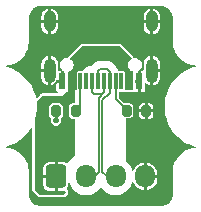
<source format=gbr>
%TF.GenerationSoftware,KiCad,Pcbnew,(7.0.0-0)*%
%TF.CreationDate,2023-03-15T20:38:16-05:00*%
%TF.ProjectId,USB-C Breakout,5553422d-4320-4427-9265-616b6f75742e,0*%
%TF.SameCoordinates,Original*%
%TF.FileFunction,Copper,L1,Top*%
%TF.FilePolarity,Positive*%
%FSLAX46Y46*%
G04 Gerber Fmt 4.6, Leading zero omitted, Abs format (unit mm)*
G04 Created by KiCad (PCBNEW (7.0.0-0)) date 2023-03-15 20:38:16*
%MOMM*%
%LPD*%
G01*
G04 APERTURE LIST*
G04 Aperture macros list*
%AMRoundRect*
0 Rectangle with rounded corners*
0 $1 Rounding radius*
0 $2 $3 $4 $5 $6 $7 $8 $9 X,Y pos of 4 corners*
0 Add a 4 corners polygon primitive as box body*
4,1,4,$2,$3,$4,$5,$6,$7,$8,$9,$2,$3,0*
0 Add four circle primitives for the rounded corners*
1,1,$1+$1,$2,$3*
1,1,$1+$1,$4,$5*
1,1,$1+$1,$6,$7*
1,1,$1+$1,$8,$9*
0 Add four rect primitives between the rounded corners*
20,1,$1+$1,$2,$3,$4,$5,0*
20,1,$1+$1,$4,$5,$6,$7,0*
20,1,$1+$1,$6,$7,$8,$9,0*
20,1,$1+$1,$8,$9,$2,$3,0*%
G04 Aperture macros list end*
%TA.AperFunction,SMDPad,CuDef*%
%ADD10RoundRect,0.200000X0.200000X0.275000X-0.200000X0.275000X-0.200000X-0.275000X0.200000X-0.275000X0*%
%TD*%
%TA.AperFunction,SMDPad,CuDef*%
%ADD11RoundRect,0.200000X-0.200000X-0.275000X0.200000X-0.275000X0.200000X0.275000X-0.200000X0.275000X0*%
%TD*%
%TA.AperFunction,ComponentPad*%
%ADD12RoundRect,0.250000X-0.600000X-0.725000X0.600000X-0.725000X0.600000X0.725000X-0.600000X0.725000X0*%
%TD*%
%TA.AperFunction,ComponentPad*%
%ADD13O,1.700000X1.950000*%
%TD*%
%TA.AperFunction,SMDPad,CuDef*%
%ADD14R,0.600000X1.450000*%
%TD*%
%TA.AperFunction,SMDPad,CuDef*%
%ADD15R,0.300000X1.450000*%
%TD*%
%TA.AperFunction,ComponentPad*%
%ADD16O,1.000000X2.100000*%
%TD*%
%TA.AperFunction,ComponentPad*%
%ADD17O,1.000000X1.800000*%
%TD*%
%TA.AperFunction,ViaPad*%
%ADD18C,0.700000*%
%TD*%
%TA.AperFunction,ViaPad*%
%ADD19C,0.500000*%
%TD*%
%TA.AperFunction,Conductor*%
%ADD20C,0.150000*%
%TD*%
%TA.AperFunction,Conductor*%
%ADD21C,0.175000*%
%TD*%
G04 APERTURE END LIST*
D10*
%TO.P,R2,1*%
%TO.N,Net-(J1-CC2)*%
X140025000Y-99350000D03*
%TO.P,R2,2*%
%TO.N,GND*%
X138375000Y-99350000D03*
%TD*%
D11*
%TO.P,R1,1*%
%TO.N,Net-(J1-CC1)*%
X144350000Y-99350000D03*
%TO.P,R1,2*%
%TO.N,GND*%
X146000000Y-99350000D03*
%TD*%
D12*
%TO.P,J2,1,Pin_1*%
%TO.N,VBUS*%
X138395085Y-104900000D03*
D13*
%TO.P,J2,2,Pin_2*%
%TO.N,/DP_USB_+*%
X140895084Y-104899999D03*
%TO.P,J2,3,Pin_3*%
%TO.N,/DP_USB_-*%
X143395084Y-104899999D03*
%TO.P,J2,4,Pin_4*%
%TO.N,GND*%
X145895084Y-104899999D03*
%TD*%
D14*
%TO.P,J1,A1,GND*%
%TO.N,GND*%
X145395084Y-96864999D03*
%TO.P,J1,A4,VBUS*%
%TO.N,VBUS*%
X144595084Y-96864999D03*
D15*
%TO.P,J1,A5,CC1*%
%TO.N,Net-(J1-CC1)*%
X143395084Y-96864999D03*
%TO.P,J1,A6,D+*%
%TO.N,/DP_USB_+*%
X142395084Y-96864999D03*
%TO.P,J1,A7,D-*%
%TO.N,/DP_USB_-*%
X141895084Y-96864999D03*
%TO.P,J1,A8,SBU1*%
%TO.N,unconnected-(J1-SBU1-PadA8)*%
X140895084Y-96864999D03*
D14*
%TO.P,J1,A9,VBUS*%
%TO.N,VBUS*%
X139695084Y-96864999D03*
%TO.P,J1,A12,GND*%
%TO.N,GND*%
X138895084Y-96864999D03*
%TO.P,J1,B1,GND*%
X138895084Y-96864999D03*
%TO.P,J1,B4,VBUS*%
%TO.N,VBUS*%
X139695084Y-96864999D03*
D15*
%TO.P,J1,B5,CC2*%
%TO.N,Net-(J1-CC2)*%
X140395084Y-96864999D03*
%TO.P,J1,B6,D+*%
%TO.N,/DP_USB_+*%
X141395084Y-96864999D03*
%TO.P,J1,B7,D-*%
%TO.N,/DP_USB_-*%
X142895084Y-96864999D03*
%TO.P,J1,B8,SBU2*%
%TO.N,unconnected-(J1-SBU2-PadB8)*%
X143895084Y-96864999D03*
D14*
%TO.P,J1,B9,VBUS*%
%TO.N,VBUS*%
X144595084Y-96864999D03*
%TO.P,J1,B12,GND*%
%TO.N,GND*%
X145395084Y-96864999D03*
D16*
%TO.P,J1,S1,SHIELD*%
X146465084Y-95949999D03*
D17*
X146465084Y-91769999D03*
D16*
X137825084Y-95949999D03*
D17*
X137825084Y-91769999D03*
%TD*%
D18*
%TO.N,GND*%
X145100000Y-98300000D03*
X144850000Y-102850000D03*
X147650000Y-105000000D03*
X147450000Y-106650000D03*
X144850000Y-106800000D03*
X139450000Y-106800000D03*
X142150000Y-106800000D03*
D19*
X138350000Y-100150000D03*
X146000000Y-100300000D03*
%TO.N,VBUS*%
X140100000Y-95350000D03*
X144200000Y-95350000D03*
X141550000Y-94500000D03*
X143350000Y-94500000D03*
X140500000Y-94900000D03*
X143800000Y-94900000D03*
X142150000Y-94500000D03*
X142750000Y-94500000D03*
X140950000Y-94500000D03*
%TD*%
D20*
%TO.N,GND*%
X138535000Y-96865000D02*
X138200000Y-97200000D01*
X138895085Y-96865000D02*
X138535000Y-96865000D01*
%TO.N,Net-(J1-CC1)*%
X143439169Y-98339169D02*
X144350000Y-99250000D01*
X144350000Y-99250000D02*
X144350000Y-99350000D01*
%TO.N,GND*%
X146000000Y-99350000D02*
X146000000Y-100300000D01*
X138350000Y-100150000D02*
X138375000Y-100125000D01*
X138375000Y-100125000D02*
X138375000Y-99350000D01*
%TO.N,Net-(J1-CC2)*%
X140025000Y-99350000D02*
X140025000Y-99300000D01*
X140025000Y-99300000D02*
X140395085Y-98929915D01*
X140395085Y-98929915D02*
X140395085Y-96865000D01*
%TO.N,Net-(J1-CC1)*%
X143439169Y-96909084D02*
X143395085Y-96865000D01*
X143439169Y-98339169D02*
X143439169Y-96909084D01*
D21*
%TO.N,/DP_USB_+*%
X141530085Y-97900000D02*
X142260085Y-97900000D01*
X142395085Y-97765000D02*
X142395085Y-96865000D01*
X141395085Y-97765000D02*
X141530085Y-97900000D01*
X141655750Y-104900000D02*
X140895085Y-104900000D01*
X142011500Y-98263500D02*
X142011500Y-104544250D01*
X142011500Y-104544250D02*
X141655750Y-104900000D01*
X142260085Y-97900000D02*
X142175000Y-97985085D01*
X141395085Y-96865000D02*
X141395085Y-97765000D01*
X142260085Y-97900000D02*
X142395085Y-97765000D01*
X142175000Y-98100000D02*
X142011500Y-98263500D01*
X142175000Y-97985085D02*
X142175000Y-98100000D01*
%TO.N,/DP_USB_-*%
X142895085Y-96045085D02*
X142895085Y-96865000D01*
X142650000Y-95800000D02*
X142895085Y-96045085D01*
X142895085Y-96865000D02*
X142895085Y-97804915D01*
X142288500Y-104544250D02*
X142644250Y-104900000D01*
X141895085Y-96865000D02*
X141895085Y-95965000D01*
X141895085Y-95965000D02*
X142060085Y-95800000D01*
X142288500Y-98411500D02*
X142288500Y-104544250D01*
X142060085Y-95800000D02*
X142650000Y-95800000D01*
X142644250Y-104900000D02*
X143395085Y-104900000D01*
X142895085Y-97804915D02*
X142288500Y-98411500D01*
%TD*%
%TA.AperFunction,Conductor*%
%TO.N,VBUS*%
G36*
X140000000Y-96725000D02*
G01*
X140000000Y-97600000D01*
X140000000Y-97616326D01*
X140000000Y-98550501D01*
X139983387Y-98612501D01*
X139938000Y-98657888D01*
X139876000Y-98674500D01*
X139793482Y-98674501D01*
X139788680Y-98675261D01*
X139788673Y-98675262D01*
X139709331Y-98687828D01*
X139709330Y-98687828D01*
X139699696Y-98689354D01*
X139691010Y-98693779D01*
X139691003Y-98693782D01*
X139595353Y-98742519D01*
X139595349Y-98742521D01*
X139586658Y-98746950D01*
X139579759Y-98753848D01*
X139579756Y-98753851D01*
X139503851Y-98829756D01*
X139503848Y-98829759D01*
X139496950Y-98836658D01*
X139492521Y-98845349D01*
X139492519Y-98845353D01*
X139463257Y-98902783D01*
X139439354Y-98949696D01*
X139437827Y-98959330D01*
X139437826Y-98959337D01*
X139425263Y-99038660D01*
X139425262Y-99038667D01*
X139424500Y-99043481D01*
X139424500Y-99048358D01*
X139424500Y-99048359D01*
X139424500Y-99651647D01*
X139424500Y-99651659D01*
X139424501Y-99656518D01*
X139425261Y-99661320D01*
X139425262Y-99661326D01*
X139435263Y-99724473D01*
X139439354Y-99750304D01*
X139443780Y-99758991D01*
X139443782Y-99758996D01*
X139492519Y-99854646D01*
X139496950Y-99863342D01*
X139586658Y-99953050D01*
X139699696Y-100010646D01*
X139793481Y-100025500D01*
X139798358Y-100025499D01*
X139798359Y-100025500D01*
X139876000Y-100025500D01*
X139938000Y-100042113D01*
X139983387Y-100087500D01*
X140000000Y-100149500D01*
X140000000Y-103023638D01*
X139990561Y-103071091D01*
X139963681Y-103111319D01*
X139408635Y-103666364D01*
X139408632Y-103666367D01*
X139400000Y-103675000D01*
X139400000Y-103679287D01*
X139393135Y-103689561D01*
X139348162Y-103730199D01*
X139289300Y-103744665D01*
X139237327Y-103731236D01*
X139237174Y-103731647D01*
X139233246Y-103730182D01*
X139230614Y-103729502D01*
X139228869Y-103728549D01*
X139109726Y-103684111D01*
X139094752Y-103680573D01*
X139046199Y-103675353D01*
X139039603Y-103675000D01*
X138561411Y-103675000D01*
X138548535Y-103678450D01*
X138545085Y-103691326D01*
X138545085Y-106108674D01*
X138548535Y-106121549D01*
X138561411Y-106125000D01*
X139039584Y-106125000D01*
X139044428Y-106124740D01*
X139102579Y-106135765D01*
X139148996Y-106172488D01*
X139173103Y-106226542D01*
X139169409Y-106285613D01*
X139138755Y-106336243D01*
X139107147Y-106367851D01*
X139094955Y-106378544D01*
X139063829Y-106402428D01*
X139063821Y-106402435D01*
X139057379Y-106407379D01*
X139052507Y-106413727D01*
X139012350Y-106440560D01*
X138964896Y-106450000D01*
X137026362Y-106450000D01*
X136978909Y-106440561D01*
X136938681Y-106413681D01*
X136586319Y-106061319D01*
X136559439Y-106021091D01*
X136550000Y-105973638D01*
X136550000Y-105669518D01*
X137295085Y-105669518D01*
X137295438Y-105676114D01*
X137300658Y-105724667D01*
X137304196Y-105739641D01*
X137348632Y-105858777D01*
X137357047Y-105874189D01*
X137432583Y-105975092D01*
X137444992Y-105987501D01*
X137545895Y-106063037D01*
X137561307Y-106071452D01*
X137680443Y-106115888D01*
X137695417Y-106119426D01*
X137743970Y-106124646D01*
X137750567Y-106125000D01*
X138228759Y-106125000D01*
X138241634Y-106121549D01*
X138245085Y-106108674D01*
X138245085Y-105066326D01*
X138241634Y-105053450D01*
X138228759Y-105050000D01*
X137311411Y-105050000D01*
X137298535Y-105053450D01*
X137295085Y-105066326D01*
X137295085Y-105669518D01*
X136550000Y-105669518D01*
X136550000Y-104733674D01*
X137295085Y-104733674D01*
X137298535Y-104746549D01*
X137311411Y-104750000D01*
X138228759Y-104750000D01*
X138241634Y-104746549D01*
X138245085Y-104733674D01*
X138245085Y-103691326D01*
X138241634Y-103678450D01*
X138228759Y-103675000D01*
X137750567Y-103675000D01*
X137743970Y-103675353D01*
X137695417Y-103680573D01*
X137680443Y-103684111D01*
X137561307Y-103728547D01*
X137545895Y-103736962D01*
X137444992Y-103812498D01*
X137432583Y-103824907D01*
X137357047Y-103925810D01*
X137348632Y-103941222D01*
X137304196Y-104060358D01*
X137300658Y-104075332D01*
X137295438Y-104123885D01*
X137295085Y-104130482D01*
X137295085Y-104733674D01*
X136550000Y-104733674D01*
X136550000Y-100179302D01*
X136558236Y-100134864D01*
X136577538Y-100084580D01*
X136578698Y-100081559D01*
X136673517Y-99727691D01*
X136685559Y-99651659D01*
X137774500Y-99651659D01*
X137774501Y-99656518D01*
X137775261Y-99661320D01*
X137775262Y-99661326D01*
X137785263Y-99724473D01*
X137789354Y-99750304D01*
X137793780Y-99758991D01*
X137793782Y-99758996D01*
X137842519Y-99854646D01*
X137846950Y-99863342D01*
X137853851Y-99870243D01*
X137883195Y-99899587D01*
X137915661Y-99956598D01*
X137914550Y-100019043D01*
X137913303Y-100021774D01*
X137894867Y-100150000D01*
X137896129Y-100158777D01*
X137912040Y-100269446D01*
X137912041Y-100269450D01*
X137913303Y-100278226D01*
X137916987Y-100286294D01*
X137916988Y-100286295D01*
X137963434Y-100387998D01*
X137963436Y-100388002D01*
X137967118Y-100396063D01*
X137972920Y-100402759D01*
X137972922Y-100402762D01*
X138036638Y-100476294D01*
X138051951Y-100493967D01*
X138160931Y-100564004D01*
X138285228Y-100600500D01*
X138405901Y-100600500D01*
X138414772Y-100600500D01*
X138539069Y-100564004D01*
X138648049Y-100493967D01*
X138732882Y-100396063D01*
X138786697Y-100278226D01*
X138805133Y-100150000D01*
X138790240Y-100046418D01*
X138795324Y-99989616D01*
X138825293Y-99941098D01*
X138903050Y-99863342D01*
X138960646Y-99750304D01*
X138975500Y-99656519D01*
X138975499Y-99043482D01*
X138960646Y-98949696D01*
X138903050Y-98836658D01*
X138813342Y-98746950D01*
X138700304Y-98689354D01*
X138690667Y-98687827D01*
X138690662Y-98687826D01*
X138611339Y-98675263D01*
X138611333Y-98675262D01*
X138606519Y-98674500D01*
X138601640Y-98674500D01*
X138148352Y-98674500D01*
X138148339Y-98674500D01*
X138143482Y-98674501D01*
X138138680Y-98675261D01*
X138138673Y-98675262D01*
X138059331Y-98687828D01*
X138059330Y-98687828D01*
X138049696Y-98689354D01*
X138041010Y-98693779D01*
X138041003Y-98693782D01*
X137945353Y-98742519D01*
X137945349Y-98742521D01*
X137936658Y-98746950D01*
X137929759Y-98753848D01*
X137929756Y-98753851D01*
X137853851Y-98829756D01*
X137853848Y-98829759D01*
X137846950Y-98836658D01*
X137842521Y-98845349D01*
X137842519Y-98845353D01*
X137813257Y-98902783D01*
X137789354Y-98949696D01*
X137787827Y-98959330D01*
X137787826Y-98959337D01*
X137775263Y-99038660D01*
X137775262Y-99038667D01*
X137774500Y-99043481D01*
X137774500Y-99048358D01*
X137774500Y-99048359D01*
X137774500Y-99651647D01*
X137774500Y-99651659D01*
X136685559Y-99651659D01*
X136730827Y-99365850D01*
X136750000Y-99000000D01*
X136730827Y-98634150D01*
X136728408Y-98618877D01*
X136732950Y-98561161D01*
X136763196Y-98511803D01*
X137163681Y-98111318D01*
X137203909Y-98084439D01*
X137251362Y-98075000D01*
X138887789Y-98075000D01*
X138900000Y-98075000D01*
X139150481Y-97824518D01*
X139185155Y-97800101D01*
X139215095Y-97791820D01*
X139214833Y-97790500D01*
X139273316Y-97778867D01*
X139339637Y-97734552D01*
X139383952Y-97668231D01*
X139395585Y-97609748D01*
X139395585Y-97597196D01*
X139397527Y-97577472D01*
X139400000Y-97575000D01*
X139400000Y-96125000D01*
X140000000Y-96725000D01*
G37*
%TD.AperFunction*%
%TD*%
%TA.AperFunction,Conductor*%
%TO.N,VBUS*%
G36*
X143743306Y-93843306D02*
G01*
X144752599Y-94852599D01*
X144769954Y-94885934D01*
X144765055Y-94923195D01*
X144743996Y-94946187D01*
X144744852Y-94947302D01*
X144627883Y-95037055D01*
X144627878Y-95037059D01*
X144624634Y-95039549D01*
X144622144Y-95042793D01*
X144622140Y-95042798D01*
X144534883Y-95156513D01*
X144534880Y-95156517D01*
X144532387Y-95159767D01*
X144530818Y-95163552D01*
X144530817Y-95163556D01*
X144475966Y-95295977D01*
X144475964Y-95295981D01*
X144474398Y-95299764D01*
X144454619Y-95450000D01*
X144455154Y-95454064D01*
X144472868Y-95588619D01*
X144474398Y-95600236D01*
X144475965Y-95604020D01*
X144475966Y-95604022D01*
X144521919Y-95714962D01*
X144532387Y-95740233D01*
X144534882Y-95743485D01*
X144534883Y-95743486D01*
X144604267Y-95833909D01*
X144624634Y-95860451D01*
X144744852Y-95952698D01*
X144803206Y-95976869D01*
X144861418Y-96000982D01*
X144889467Y-96024001D01*
X144900000Y-96058724D01*
X144900000Y-97537500D01*
X144881694Y-97581694D01*
X144837500Y-97600000D01*
X144258085Y-97600000D01*
X144213891Y-97581694D01*
X144195585Y-97537500D01*
X144195585Y-96128250D01*
X144195585Y-96125180D01*
X144186852Y-96081278D01*
X144153589Y-96031496D01*
X144122446Y-96010687D01*
X144108923Y-96001651D01*
X144108921Y-96001650D01*
X144103807Y-95998233D01*
X144097774Y-95997032D01*
X144097772Y-95997032D01*
X144062915Y-95990098D01*
X144062907Y-95990097D01*
X144059905Y-95989500D01*
X143730265Y-95989500D01*
X143727258Y-95990098D01*
X143727249Y-95990099D01*
X143690453Y-95997418D01*
X143648798Y-95991239D01*
X143620519Y-95960037D01*
X143604596Y-95921597D01*
X143569621Y-95837159D01*
X143541038Y-95799908D01*
X143533629Y-95787511D01*
X143531778Y-95783398D01*
X143530333Y-95779910D01*
X143510093Y-95726540D01*
X143510092Y-95726538D01*
X143508753Y-95723007D01*
X143500038Y-95710382D01*
X143494479Y-95700525D01*
X143488187Y-95686543D01*
X143485854Y-95683565D01*
X143450658Y-95638640D01*
X143448421Y-95635599D01*
X143415993Y-95588619D01*
X143415987Y-95588612D01*
X143413843Y-95585506D01*
X143411017Y-95583002D01*
X143411014Y-95582999D01*
X143368287Y-95545147D01*
X143365538Y-95542559D01*
X143152524Y-95329545D01*
X143149936Y-95326796D01*
X143109579Y-95281242D01*
X143106467Y-95279094D01*
X143106465Y-95279092D01*
X143059493Y-95246670D01*
X143056452Y-95244433D01*
X143008543Y-95206899D01*
X143004872Y-95205246D01*
X142994554Y-95200602D01*
X142984706Y-95195048D01*
X142975191Y-95188481D01*
X142975192Y-95188481D01*
X142972078Y-95186332D01*
X142968540Y-95184990D01*
X142968538Y-95184989D01*
X142915170Y-95164749D01*
X142911683Y-95163305D01*
X142859630Y-95139878D01*
X142859626Y-95139876D01*
X142856185Y-95138328D01*
X142841098Y-95135563D01*
X142830204Y-95132526D01*
X142819396Y-95128427D01*
X142819390Y-95128425D01*
X142815858Y-95127086D01*
X142812107Y-95126630D01*
X142812101Y-95126629D01*
X142755446Y-95119750D01*
X142751714Y-95119182D01*
X142695567Y-95108892D01*
X142695559Y-95108891D01*
X142691846Y-95108211D01*
X142688074Y-95108439D01*
X142688071Y-95108439D01*
X142631098Y-95111886D01*
X142627324Y-95112000D01*
X142082761Y-95112000D01*
X142078987Y-95111886D01*
X142022013Y-95108439D01*
X142022010Y-95108439D01*
X142018239Y-95108211D01*
X142014518Y-95108892D01*
X142014516Y-95108893D01*
X141958368Y-95119182D01*
X141954637Y-95119750D01*
X141897977Y-95126630D01*
X141897971Y-95126631D01*
X141894227Y-95127086D01*
X141890700Y-95128423D01*
X141890690Y-95128426D01*
X141879878Y-95132526D01*
X141868991Y-95135561D01*
X141857622Y-95137645D01*
X141857615Y-95137647D01*
X141853900Y-95138328D01*
X141850457Y-95139877D01*
X141850452Y-95139879D01*
X141798400Y-95163305D01*
X141794914Y-95164749D01*
X141741536Y-95184993D01*
X141741532Y-95184995D01*
X141738007Y-95186332D01*
X141734905Y-95188472D01*
X141734899Y-95188476D01*
X141725374Y-95195050D01*
X141715533Y-95200600D01*
X141704989Y-95205346D01*
X141704979Y-95205351D01*
X141701542Y-95206899D01*
X141698573Y-95209224D01*
X141698568Y-95209228D01*
X141653635Y-95244430D01*
X141650596Y-95246666D01*
X141603615Y-95279095D01*
X141603610Y-95279099D01*
X141600506Y-95281242D01*
X141598008Y-95284060D01*
X141597996Y-95284072D01*
X141560138Y-95326805D01*
X141557551Y-95329553D01*
X141424638Y-95462466D01*
X141421890Y-95465053D01*
X141379157Y-95502911D01*
X141379145Y-95502923D01*
X141376327Y-95505421D01*
X141374186Y-95508522D01*
X141374175Y-95508535D01*
X141371432Y-95512510D01*
X141349042Y-95532343D01*
X141320001Y-95539500D01*
X141207772Y-95539500D01*
X141207756Y-95539500D01*
X141205725Y-95539501D01*
X141203701Y-95539767D01*
X141203692Y-95539768D01*
X141092392Y-95554420D01*
X141092389Y-95554420D01*
X141088323Y-95554956D01*
X141084535Y-95556524D01*
X141084531Y-95556526D01*
X140946027Y-95613896D01*
X140946020Y-95613899D01*
X140942244Y-95615464D01*
X140939004Y-95617949D01*
X140938997Y-95617954D01*
X140820047Y-95709228D01*
X140820043Y-95709231D01*
X140816803Y-95711718D01*
X140814316Y-95714958D01*
X140814313Y-95714962D01*
X140723039Y-95833912D01*
X140723034Y-95833919D01*
X140720549Y-95837159D01*
X140718984Y-95840935D01*
X140718981Y-95840942D01*
X140669650Y-95960037D01*
X140641370Y-95991239D01*
X140599716Y-95997418D01*
X140562920Y-95990099D01*
X140562912Y-95990098D01*
X140559905Y-95989500D01*
X140230265Y-95989500D01*
X140227263Y-95990097D01*
X140227254Y-95990098D01*
X140192397Y-95997032D01*
X140192393Y-95997033D01*
X140186363Y-95998233D01*
X140181250Y-96001649D01*
X140181246Y-96001651D01*
X140141698Y-96028076D01*
X140141695Y-96028078D01*
X140136581Y-96031496D01*
X140133163Y-96036610D01*
X140133161Y-96036613D01*
X140106736Y-96076161D01*
X140106734Y-96076165D01*
X140103318Y-96081278D01*
X140102118Y-96087308D01*
X140102117Y-96087312D01*
X140095183Y-96122169D01*
X140095182Y-96122178D01*
X140094585Y-96125180D01*
X140094585Y-96128250D01*
X140094585Y-97537500D01*
X140076279Y-97581694D01*
X140032085Y-97600000D01*
X139400000Y-97600000D01*
X139400000Y-96054652D01*
X139410533Y-96019929D01*
X139438582Y-95996910D01*
X139471588Y-95983238D01*
X139545318Y-95952698D01*
X139665536Y-95860451D01*
X139757783Y-95740233D01*
X139815772Y-95600236D01*
X139835551Y-95450000D01*
X139815772Y-95299764D01*
X139757783Y-95159767D01*
X139665536Y-95039549D01*
X139662286Y-95037055D01*
X139549450Y-94950472D01*
X139528767Y-94922264D01*
X139526480Y-94887360D01*
X139543301Y-94856698D01*
X140556694Y-93843305D01*
X140600888Y-93825000D01*
X143699112Y-93825000D01*
X143743306Y-93843306D01*
G37*
%TD.AperFunction*%
%TD*%
%TA.AperFunction,Conductor*%
%TO.N,GND*%
G36*
X147247805Y-90470738D02*
G01*
X147252403Y-90471140D01*
X147290290Y-90474454D01*
X147290731Y-90474495D01*
X147421868Y-90487409D01*
X147431910Y-90489235D01*
X147502484Y-90508144D01*
X147504355Y-90508679D01*
X147600840Y-90537946D01*
X147609099Y-90541106D01*
X147680466Y-90574385D01*
X147683484Y-90575893D01*
X147767408Y-90620750D01*
X147773773Y-90624661D01*
X147806109Y-90647302D01*
X147839894Y-90670958D01*
X147843695Y-90673842D01*
X147915895Y-90733094D01*
X147920440Y-90737213D01*
X147977878Y-90794651D01*
X147981997Y-90799195D01*
X148041241Y-90871383D01*
X148044125Y-90875184D01*
X148090421Y-90941300D01*
X148094344Y-90947686D01*
X148139196Y-91031595D01*
X148140720Y-91034645D01*
X148173983Y-91105979D01*
X148177148Y-91114249D01*
X148206410Y-91210710D01*
X148206971Y-91212677D01*
X148225855Y-91283154D01*
X148227685Y-91293209D01*
X148240685Y-91425307D01*
X148240747Y-91425979D01*
X148244347Y-91467110D01*
X148244585Y-91472559D01*
X148244585Y-93500099D01*
X148244594Y-93500122D01*
X148244600Y-93500174D01*
X148244600Y-93631119D01*
X148244866Y-93633144D01*
X148244867Y-93633150D01*
X148253846Y-93701350D01*
X148278829Y-93891114D01*
X148279359Y-93893092D01*
X148279360Y-93893097D01*
X148346168Y-94142430D01*
X148346170Y-94142436D01*
X148346701Y-94144416D01*
X148347480Y-94146298D01*
X148347484Y-94146308D01*
X148396720Y-94265173D01*
X148447055Y-94386693D01*
X148448074Y-94388458D01*
X148448077Y-94388464D01*
X148577155Y-94612036D01*
X148577160Y-94612043D01*
X148578173Y-94613798D01*
X148579410Y-94615410D01*
X148579412Y-94615413D01*
X148736567Y-94820223D01*
X148736569Y-94820225D01*
X148737813Y-94821846D01*
X148923243Y-95007277D01*
X149131289Y-95166918D01*
X149358394Y-95298039D01*
X149600669Y-95398394D01*
X149853972Y-95466268D01*
X150113966Y-95500499D01*
X150121323Y-95500499D01*
X150162532Y-95516009D01*
X150183288Y-95554841D01*
X150173290Y-95597722D01*
X150137499Y-95623369D01*
X149960199Y-95670876D01*
X149960190Y-95670878D01*
X149958611Y-95671302D01*
X149957086Y-95671887D01*
X149957081Y-95671889D01*
X149618113Y-95802007D01*
X149616592Y-95802591D01*
X149615158Y-95803321D01*
X149615137Y-95803331D01*
X149291633Y-95968165D01*
X149291624Y-95968169D01*
X149290170Y-95968911D01*
X149288802Y-95969799D01*
X149288794Y-95969804D01*
X148984290Y-96167552D01*
X148984282Y-96167557D01*
X148982922Y-96168441D01*
X148981660Y-96169462D01*
X148981653Y-96169468D01*
X148699482Y-96397964D01*
X148699466Y-96397977D01*
X148698213Y-96398993D01*
X148697066Y-96400139D01*
X148697056Y-96400149D01*
X148440319Y-96656886D01*
X148440309Y-96656896D01*
X148439163Y-96658043D01*
X148438147Y-96659296D01*
X148438134Y-96659312D01*
X148209638Y-96941483D01*
X148209632Y-96941490D01*
X148208611Y-96942752D01*
X148207727Y-96944112D01*
X148207722Y-96944120D01*
X148009974Y-97248624D01*
X148009969Y-97248632D01*
X148009081Y-97250000D01*
X148008339Y-97251454D01*
X148008335Y-97251463D01*
X147843501Y-97574967D01*
X147843491Y-97574988D01*
X147842761Y-97576422D01*
X147842178Y-97577940D01*
X147842177Y-97577943D01*
X147712687Y-97915277D01*
X147711472Y-97918441D01*
X147711048Y-97920020D01*
X147711046Y-97920029D01*
X147617079Y-98270717D01*
X147617076Y-98270727D01*
X147616653Y-98272309D01*
X147616398Y-98273917D01*
X147616396Y-98273928D01*
X147559596Y-98632547D01*
X147559594Y-98632563D01*
X147559343Y-98634150D01*
X147559258Y-98635765D01*
X147559257Y-98635778D01*
X147542321Y-98958951D01*
X147540170Y-99000000D01*
X147540256Y-99001641D01*
X147559257Y-99364221D01*
X147559258Y-99364232D01*
X147559343Y-99365850D01*
X147559594Y-99367438D01*
X147559596Y-99367452D01*
X147616396Y-99726071D01*
X147616653Y-99727691D01*
X147617077Y-99729276D01*
X147617079Y-99729282D01*
X147709892Y-100075664D01*
X147711472Y-100081559D01*
X147842761Y-100423578D01*
X147843495Y-100425018D01*
X147843501Y-100425032D01*
X147945670Y-100625549D01*
X148009081Y-100750000D01*
X148208611Y-101057248D01*
X148209638Y-101058516D01*
X148438134Y-101340687D01*
X148438139Y-101340693D01*
X148439163Y-101341957D01*
X148698213Y-101601007D01*
X148982922Y-101831559D01*
X149290170Y-102031089D01*
X149468938Y-102122175D01*
X149615137Y-102196668D01*
X149615142Y-102196670D01*
X149616592Y-102197409D01*
X149958611Y-102328698D01*
X150137443Y-102376616D01*
X150173232Y-102402260D01*
X150183232Y-102445139D01*
X150162480Y-102483971D01*
X150121275Y-102499485D01*
X150116015Y-102499485D01*
X150116000Y-102499485D01*
X150113965Y-102499486D01*
X150111941Y-102499752D01*
X150111933Y-102499753D01*
X149856000Y-102533449D01*
X149855991Y-102533450D01*
X149853969Y-102533717D01*
X149852005Y-102534243D01*
X149851991Y-102534246D01*
X149602637Y-102601063D01*
X149602628Y-102601065D01*
X149600665Y-102601592D01*
X149598782Y-102602371D01*
X149598776Y-102602374D01*
X149360287Y-102701160D01*
X149360274Y-102701166D01*
X149358387Y-102701948D01*
X149356609Y-102702974D01*
X149356604Y-102702977D01*
X149133063Y-102832040D01*
X149131281Y-102833069D01*
X149129655Y-102834316D01*
X149129650Y-102834320D01*
X148924865Y-102991459D01*
X148924858Y-102991464D01*
X148923233Y-102992712D01*
X148921785Y-102994159D01*
X148921777Y-102994167D01*
X148739249Y-103176696D01*
X148739241Y-103176704D01*
X148737802Y-103178144D01*
X148736567Y-103179753D01*
X148736556Y-103179766D01*
X148579400Y-103384578D01*
X148579393Y-103384587D01*
X148578161Y-103386194D01*
X148577152Y-103387940D01*
X148577143Y-103387955D01*
X148448071Y-103611516D01*
X148447041Y-103613300D01*
X148446264Y-103615175D01*
X148446259Y-103615186D01*
X148347470Y-103853687D01*
X148347466Y-103853696D01*
X148346687Y-103855579D01*
X148346159Y-103857548D01*
X148346155Y-103857561D01*
X148285944Y-104082272D01*
X148278814Y-104108883D01*
X148278546Y-104110913D01*
X148278546Y-104110917D01*
X148244852Y-104366848D01*
X148244851Y-104366855D01*
X148244585Y-104368880D01*
X148244585Y-104370927D01*
X148244585Y-106397271D01*
X148244347Y-106402720D01*
X148240637Y-106445110D01*
X148240574Y-106445787D01*
X148227673Y-106576780D01*
X148225844Y-106586830D01*
X148206958Y-106657313D01*
X148206397Y-106659281D01*
X148177133Y-106755747D01*
X148173968Y-106764017D01*
X148140707Y-106835345D01*
X148139183Y-106838393D01*
X148094332Y-106922303D01*
X148090409Y-106928690D01*
X148044115Y-106994804D01*
X148041231Y-106998605D01*
X147981986Y-107070795D01*
X147977866Y-107075340D01*
X147920427Y-107132777D01*
X147915883Y-107136896D01*
X147843689Y-107196143D01*
X147839888Y-107199026D01*
X147773780Y-107245315D01*
X147767393Y-107249239D01*
X147683492Y-107294083D01*
X147680444Y-107295607D01*
X147609096Y-107328876D01*
X147600826Y-107332040D01*
X147504388Y-107361294D01*
X147502420Y-107361856D01*
X147431906Y-107380749D01*
X147421861Y-107382577D01*
X147291854Y-107395390D01*
X147291171Y-107395453D01*
X147247634Y-107399262D01*
X147242187Y-107399500D01*
X137047815Y-107399500D01*
X137042366Y-107399262D01*
X136999978Y-107395552D01*
X136999300Y-107395489D01*
X136868307Y-107382586D01*
X136858257Y-107380757D01*
X136787733Y-107361859D01*
X136785779Y-107361301D01*
X136689340Y-107332045D01*
X136681076Y-107328883D01*
X136609737Y-107295616D01*
X136606688Y-107294092D01*
X136522782Y-107249242D01*
X136516396Y-107245319D01*
X136450284Y-107199026D01*
X136446483Y-107196142D01*
X136374296Y-107136899D01*
X136369756Y-107132785D01*
X136312296Y-107075324D01*
X136308197Y-107070800D01*
X136248923Y-106998575D01*
X136246084Y-106994831D01*
X136199760Y-106928674D01*
X136195862Y-106922330D01*
X136150978Y-106838357D01*
X136149498Y-106835396D01*
X136116207Y-106764002D01*
X136113048Y-106755744D01*
X136083779Y-106659256D01*
X136083235Y-106657350D01*
X136064337Y-106586823D01*
X136062509Y-106576779D01*
X136061938Y-106570990D01*
X136049689Y-106446712D01*
X136049631Y-106446080D01*
X136049605Y-106445787D01*
X136045822Y-106402548D01*
X136045585Y-106397102D01*
X136045585Y-104500036D01*
X136045592Y-104500000D01*
X136045600Y-104500000D01*
X136045600Y-104368880D01*
X136011370Y-104108883D01*
X135943497Y-103855578D01*
X135843141Y-103613299D01*
X135712020Y-103386193D01*
X135695684Y-103364904D01*
X135553622Y-103179765D01*
X135553620Y-103179763D01*
X135552378Y-103178144D01*
X135366945Y-102992712D01*
X135365327Y-102991471D01*
X135365322Y-102991466D01*
X135160510Y-102834310D01*
X135160507Y-102834308D01*
X135158895Y-102833071D01*
X135157140Y-102832058D01*
X135157133Y-102832053D01*
X134933554Y-102702972D01*
X134933552Y-102702971D01*
X134931787Y-102701952D01*
X134929904Y-102701172D01*
X134929900Y-102701170D01*
X134691399Y-102602381D01*
X134691395Y-102602379D01*
X134689508Y-102601598D01*
X134687534Y-102601069D01*
X134687525Y-102601066D01*
X134438186Y-102534258D01*
X134438181Y-102534257D01*
X134436203Y-102533727D01*
X134434169Y-102533459D01*
X134434168Y-102533459D01*
X134178236Y-102499766D01*
X134178230Y-102499765D01*
X134176205Y-102499499D01*
X134174158Y-102499499D01*
X134168854Y-102499499D01*
X134127645Y-102483989D01*
X134106889Y-102445157D01*
X134116887Y-102402276D01*
X134152677Y-102376629D01*
X134331559Y-102328698D01*
X134673578Y-102197409D01*
X135000000Y-102031089D01*
X135307248Y-101831559D01*
X135591957Y-101601007D01*
X135851007Y-101341957D01*
X136081559Y-101057248D01*
X136229582Y-100829312D01*
X136260368Y-100804715D01*
X136299751Y-100803426D01*
X136332078Y-100825957D01*
X136344500Y-100863352D01*
X136344500Y-104544500D01*
X136344500Y-105255500D01*
X136344500Y-105973638D01*
X136344649Y-105975151D01*
X136344650Y-105975170D01*
X136348091Y-106010096D01*
X136348449Y-106013729D01*
X136348744Y-106015215D01*
X136348747Y-106015231D01*
X136357289Y-106058172D01*
X136357888Y-106061182D01*
X136359061Y-106064014D01*
X136359062Y-106064017D01*
X136387397Y-106132423D01*
X136388573Y-106135262D01*
X136390274Y-106137808D01*
X136390277Y-106137813D01*
X136394829Y-106144625D01*
X136415453Y-106175490D01*
X136441009Y-106206629D01*
X136793371Y-106558991D01*
X136824510Y-106584547D01*
X136864738Y-106611427D01*
X136938818Y-106642112D01*
X136986271Y-106651551D01*
X137026362Y-106655500D01*
X138963355Y-106655500D01*
X138964896Y-106655500D01*
X139004990Y-106651551D01*
X139052444Y-106642111D01*
X139126522Y-106611425D01*
X139166679Y-106584592D01*
X139177415Y-106574536D01*
X139182931Y-106570990D01*
X139182485Y-106570409D01*
X139220061Y-106541574D01*
X139230457Y-106533041D01*
X139242649Y-106522348D01*
X139252457Y-106513161D01*
X139284065Y-106481553D01*
X139314546Y-106442676D01*
X139345200Y-106392046D01*
X139365521Y-106347017D01*
X139374508Y-106298439D01*
X139378202Y-106239368D01*
X139375337Y-106190049D01*
X139360784Y-106142840D01*
X139336677Y-106088786D01*
X139311278Y-106046413D01*
X139276500Y-106011326D01*
X139274966Y-106010112D01*
X139274954Y-106010096D01*
X139273619Y-106008902D01*
X139273887Y-106008601D01*
X139254814Y-105981891D01*
X139252807Y-105947272D01*
X139269560Y-105916916D01*
X139323135Y-105863342D01*
X139380731Y-105750304D01*
X139395585Y-105656519D01*
X139395584Y-105513507D01*
X139410390Y-105473118D01*
X139447793Y-105451863D01*
X139490072Y-105459817D01*
X139517195Y-105493210D01*
X139517844Y-105495101D01*
X139518475Y-105497591D01*
X139519509Y-105499948D01*
X139613995Y-105715356D01*
X139613997Y-105715361D01*
X139615036Y-105717728D01*
X139746514Y-105918969D01*
X139909321Y-106095825D01*
X140099018Y-106243472D01*
X140101285Y-106244699D01*
X140101290Y-106244702D01*
X140179419Y-106286983D01*
X140310429Y-106357882D01*
X140537788Y-106435934D01*
X140774893Y-106475500D01*
X141012690Y-106475500D01*
X141015277Y-106475500D01*
X141252382Y-106435934D01*
X141479741Y-106357882D01*
X141691152Y-106243472D01*
X141880849Y-106095825D01*
X142043656Y-105918969D01*
X142092763Y-105843804D01*
X142124791Y-105818876D01*
X142165379Y-105818876D01*
X142197406Y-105843804D01*
X142224475Y-105885236D01*
X142245100Y-105916806D01*
X142246514Y-105918969D01*
X142409321Y-106095825D01*
X142599018Y-106243472D01*
X142601285Y-106244699D01*
X142601290Y-106244702D01*
X142679419Y-106286983D01*
X142810429Y-106357882D01*
X143037788Y-106435934D01*
X143274893Y-106475500D01*
X143512690Y-106475500D01*
X143515277Y-106475500D01*
X143752382Y-106435934D01*
X143979741Y-106357882D01*
X144191152Y-106243472D01*
X144380849Y-106095825D01*
X144543656Y-105918969D01*
X144675134Y-105717728D01*
X144771695Y-105497591D01*
X144793650Y-105410891D01*
X144815277Y-105377364D01*
X144852782Y-105363752D01*
X144890881Y-105375604D01*
X144914045Y-105408090D01*
X144919423Y-105425816D01*
X144921766Y-105431474D01*
X145016367Y-105608459D01*
X145019766Y-105613547D01*
X145147084Y-105768684D01*
X145151400Y-105773000D01*
X145306537Y-105900318D01*
X145311625Y-105903717D01*
X145488610Y-105998318D01*
X145494263Y-106000660D01*
X145686315Y-106058918D01*
X145692301Y-106060108D01*
X145761376Y-106066912D01*
X145768184Y-106065673D01*
X145770085Y-106059019D01*
X146020085Y-106059019D01*
X146021985Y-106065673D01*
X146028793Y-106066912D01*
X146097868Y-106060108D01*
X146103854Y-106058918D01*
X146295906Y-106000660D01*
X146301559Y-105998318D01*
X146478544Y-105903717D01*
X146483632Y-105900318D01*
X146638769Y-105773000D01*
X146643085Y-105768684D01*
X146770403Y-105613547D01*
X146773802Y-105608459D01*
X146868403Y-105431474D01*
X146870745Y-105425821D01*
X146929003Y-105233769D01*
X146930193Y-105227783D01*
X146944933Y-105078121D01*
X146945085Y-105075047D01*
X146945085Y-105037431D01*
X146941443Y-105028641D01*
X146932654Y-105025000D01*
X146032516Y-105025000D01*
X146023726Y-105028641D01*
X146020085Y-105037431D01*
X146020085Y-106059019D01*
X145770085Y-106059019D01*
X145770085Y-104762569D01*
X146020085Y-104762569D01*
X146023726Y-104771358D01*
X146032516Y-104775000D01*
X146932654Y-104775000D01*
X146941443Y-104771358D01*
X146945085Y-104762569D01*
X146945085Y-104724953D01*
X146944933Y-104721878D01*
X146930193Y-104572216D01*
X146929003Y-104566230D01*
X146870745Y-104374178D01*
X146868403Y-104368525D01*
X146773802Y-104191540D01*
X146770403Y-104186452D01*
X146643085Y-104031315D01*
X146638769Y-104026999D01*
X146483632Y-103899681D01*
X146478544Y-103896282D01*
X146301559Y-103801681D01*
X146295906Y-103799339D01*
X146103854Y-103741081D01*
X146097868Y-103739891D01*
X146028793Y-103733087D01*
X146021985Y-103734326D01*
X146020085Y-103740981D01*
X146020085Y-104762569D01*
X145770085Y-104762569D01*
X145770085Y-103740981D01*
X145768184Y-103734326D01*
X145761376Y-103733087D01*
X145692301Y-103739891D01*
X145686315Y-103741081D01*
X145494263Y-103799339D01*
X145488610Y-103801681D01*
X145311625Y-103896282D01*
X145306537Y-103899681D01*
X145151400Y-104026999D01*
X145147084Y-104031315D01*
X145019766Y-104186452D01*
X145016367Y-104191540D01*
X144921766Y-104368525D01*
X144919423Y-104374181D01*
X144914045Y-104391910D01*
X144890880Y-104424395D01*
X144852782Y-104436247D01*
X144815277Y-104422635D01*
X144793649Y-104389106D01*
X144788527Y-104368880D01*
X144771695Y-104302409D01*
X144675134Y-104082272D01*
X144543656Y-103881031D01*
X144380849Y-103704175D01*
X144324112Y-103660015D01*
X144306351Y-103638144D01*
X144300000Y-103610694D01*
X144300000Y-100038000D01*
X144318306Y-99993806D01*
X144362500Y-99975500D01*
X144580992Y-99975500D01*
X144583260Y-99975500D01*
X144651393Y-99965573D01*
X144756483Y-99914198D01*
X144839198Y-99831483D01*
X144890573Y-99726393D01*
X144900500Y-99658260D01*
X144900500Y-99654020D01*
X145400001Y-99654020D01*
X145400385Y-99658907D01*
X145414065Y-99745289D01*
X145417068Y-99754531D01*
X145470125Y-99858662D01*
X145475837Y-99866523D01*
X145558476Y-99949162D01*
X145566337Y-99954874D01*
X145670467Y-100007930D01*
X145679710Y-100010934D01*
X145766092Y-100024615D01*
X145770979Y-100025000D01*
X145862569Y-100025000D01*
X145871358Y-100021358D01*
X145875000Y-100012569D01*
X145875000Y-100012568D01*
X146125000Y-100012568D01*
X146128641Y-100021357D01*
X146137431Y-100024999D01*
X146229020Y-100024999D01*
X146233907Y-100024614D01*
X146320289Y-100010934D01*
X146329531Y-100007931D01*
X146433662Y-99954874D01*
X146441523Y-99949162D01*
X146524162Y-99866523D01*
X146529874Y-99858662D01*
X146582930Y-99754532D01*
X146585934Y-99745289D01*
X146599615Y-99658907D01*
X146600000Y-99654021D01*
X146600000Y-99487431D01*
X146596358Y-99478641D01*
X146587569Y-99475000D01*
X146137431Y-99475000D01*
X146128641Y-99478641D01*
X146125000Y-99487431D01*
X146125000Y-100012568D01*
X145875000Y-100012568D01*
X145875000Y-99487431D01*
X145871358Y-99478641D01*
X145862569Y-99475000D01*
X145412432Y-99475000D01*
X145403642Y-99478641D01*
X145400001Y-99487431D01*
X145400001Y-99654020D01*
X144900500Y-99654020D01*
X144900500Y-99212569D01*
X145400000Y-99212569D01*
X145403641Y-99221358D01*
X145412431Y-99225000D01*
X145862569Y-99225000D01*
X145871358Y-99221358D01*
X145875000Y-99212569D01*
X146125000Y-99212569D01*
X146128641Y-99221358D01*
X146137431Y-99225000D01*
X146587568Y-99225000D01*
X146596357Y-99221358D01*
X146599999Y-99212569D01*
X146599999Y-99045980D01*
X146599614Y-99041092D01*
X146585934Y-98954710D01*
X146582931Y-98945468D01*
X146529874Y-98841337D01*
X146524162Y-98833476D01*
X146441523Y-98750837D01*
X146433662Y-98745125D01*
X146329532Y-98692069D01*
X146320289Y-98689065D01*
X146233907Y-98675384D01*
X146229021Y-98675000D01*
X146137431Y-98675000D01*
X146128641Y-98678641D01*
X146125000Y-98687431D01*
X146125000Y-99212569D01*
X145875000Y-99212569D01*
X145875000Y-98687432D01*
X145871358Y-98678642D01*
X145862569Y-98675001D01*
X145770980Y-98675001D01*
X145766092Y-98675385D01*
X145679710Y-98689065D01*
X145670468Y-98692068D01*
X145566337Y-98745125D01*
X145558476Y-98750837D01*
X145475837Y-98833476D01*
X145470125Y-98841337D01*
X145417069Y-98945467D01*
X145414065Y-98954710D01*
X145400384Y-99041092D01*
X145400000Y-99045979D01*
X145400000Y-99212569D01*
X144900500Y-99212569D01*
X144900500Y-99041740D01*
X144890573Y-98973607D01*
X144839198Y-98868517D01*
X144756483Y-98785802D01*
X144651393Y-98734427D01*
X144646589Y-98733727D01*
X144585503Y-98724826D01*
X144585492Y-98724825D01*
X144583260Y-98724500D01*
X144580992Y-98724500D01*
X144169293Y-98724500D01*
X144125099Y-98706194D01*
X143682975Y-98264070D01*
X143664669Y-98219876D01*
X143664669Y-97802695D01*
X143674094Y-97769690D01*
X143699527Y-97746640D01*
X143730265Y-97741047D01*
X143730265Y-97740500D01*
X143733274Y-97740500D01*
X144056835Y-97740500D01*
X144059905Y-97740500D01*
X144103807Y-97731767D01*
X144108928Y-97728344D01*
X144111342Y-97727345D01*
X144135261Y-97722586D01*
X144159178Y-97727343D01*
X144198577Y-97743663D01*
X144258085Y-97755500D01*
X144834429Y-97755500D01*
X144837500Y-97755500D01*
X144897008Y-97743663D01*
X144899856Y-97742483D01*
X144900292Y-97742351D01*
X144909600Y-97740500D01*
X144909905Y-97740500D01*
X144923372Y-97737820D01*
X144947758Y-97737820D01*
X144970291Y-97747152D01*
X145011932Y-97774976D01*
X145023087Y-97779597D01*
X145072374Y-97789400D01*
X145078458Y-97790000D01*
X145257654Y-97790000D01*
X145266443Y-97786358D01*
X145270085Y-97777569D01*
X145520085Y-97777569D01*
X145523726Y-97786358D01*
X145532516Y-97790000D01*
X145711712Y-97790000D01*
X145717795Y-97789400D01*
X145767082Y-97779597D01*
X145778240Y-97774975D01*
X145834159Y-97737611D01*
X145842696Y-97729074D01*
X145880060Y-97673155D01*
X145884682Y-97661997D01*
X145894485Y-97612710D01*
X145895085Y-97606627D01*
X145895085Y-97069084D01*
X145912510Y-97025789D01*
X145955068Y-97006635D01*
X145999030Y-97022302D01*
X146061686Y-97077810D01*
X146067869Y-97082078D01*
X146211689Y-97157560D01*
X146218710Y-97160222D01*
X146330849Y-97187863D01*
X146337963Y-97187433D01*
X146340085Y-97180626D01*
X146590085Y-97180626D01*
X146592206Y-97187433D01*
X146599320Y-97187863D01*
X146711459Y-97160222D01*
X146718480Y-97157560D01*
X146862300Y-97082078D01*
X146868483Y-97077810D01*
X146990062Y-96970101D01*
X146995036Y-96964486D01*
X147087308Y-96830806D01*
X147090797Y-96824156D01*
X147148393Y-96672291D01*
X147150192Y-96664993D01*
X147164856Y-96544220D01*
X147165085Y-96540448D01*
X147165085Y-96087431D01*
X147161443Y-96078641D01*
X147152654Y-96075000D01*
X146602516Y-96075000D01*
X146593726Y-96078641D01*
X146590085Y-96087431D01*
X146590085Y-97180626D01*
X146340085Y-97180626D01*
X146340085Y-95812569D01*
X146590085Y-95812569D01*
X146593726Y-95821358D01*
X146602516Y-95825000D01*
X147152654Y-95825000D01*
X147161443Y-95821358D01*
X147165085Y-95812569D01*
X147165085Y-95359553D01*
X147164856Y-95355779D01*
X147150192Y-95235006D01*
X147148393Y-95227708D01*
X147090797Y-95075843D01*
X147087308Y-95069193D01*
X146995036Y-94935513D01*
X146990062Y-94929898D01*
X146868483Y-94822189D01*
X146862300Y-94817921D01*
X146718480Y-94742439D01*
X146711459Y-94739777D01*
X146599320Y-94712136D01*
X146592206Y-94712566D01*
X146590085Y-94719374D01*
X146590085Y-95812569D01*
X146340085Y-95812569D01*
X146340085Y-94719374D01*
X146337963Y-94712566D01*
X146330849Y-94712136D01*
X146218710Y-94739777D01*
X146211689Y-94742439D01*
X146067869Y-94817921D01*
X146061686Y-94822189D01*
X145940107Y-94929898D01*
X145935133Y-94935513D01*
X145842861Y-95069193D01*
X145839372Y-95075843D01*
X145781776Y-95227708D01*
X145779977Y-95235006D01*
X145765313Y-95355779D01*
X145765085Y-95359553D01*
X145765085Y-95877500D01*
X145746779Y-95921694D01*
X145702585Y-95940000D01*
X145532513Y-95940000D01*
X145531021Y-95940618D01*
X145521934Y-95941212D01*
X145521409Y-95949234D01*
X145520085Y-95952431D01*
X145520085Y-97777569D01*
X145270085Y-97777569D01*
X145270085Y-97002431D01*
X145266443Y-96993641D01*
X145257654Y-96990000D01*
X145118000Y-96990000D01*
X145073806Y-96971694D01*
X145055500Y-96927500D01*
X145055500Y-96802500D01*
X145073806Y-96758306D01*
X145118000Y-96740000D01*
X145257654Y-96740000D01*
X145266443Y-96736358D01*
X145270085Y-96727569D01*
X145270085Y-96017338D01*
X145280618Y-95982615D01*
X145308666Y-95959596D01*
X145314165Y-95957317D01*
X145325318Y-95952698D01*
X145425619Y-95875733D01*
X145449820Y-95867517D01*
X145457522Y-95844829D01*
X145537783Y-95740233D01*
X145595772Y-95600236D01*
X145615551Y-95450000D01*
X145595772Y-95299764D01*
X145537783Y-95159767D01*
X145445536Y-95039549D01*
X145401591Y-95005829D01*
X145328571Y-94949798D01*
X145328570Y-94949797D01*
X145325318Y-94947302D01*
X145296857Y-94935513D01*
X145189107Y-94890881D01*
X145189105Y-94890880D01*
X145185321Y-94889313D01*
X145181258Y-94888778D01*
X145074836Y-94874767D01*
X145074830Y-94874766D01*
X145072805Y-94874500D01*
X144997365Y-94874500D01*
X144995336Y-94874767D01*
X144995337Y-94874767D01*
X144982176Y-94876499D01*
X144941019Y-94867608D01*
X144914842Y-94834629D01*
X144907881Y-94814126D01*
X144890526Y-94780791D01*
X144862554Y-94742644D01*
X143853261Y-93733351D01*
X143850709Y-93731646D01*
X143850707Y-93731644D01*
X143828037Y-93716497D01*
X143802814Y-93699643D01*
X143799973Y-93698466D01*
X143761455Y-93682511D01*
X143761452Y-93682510D01*
X143758620Y-93681337D01*
X143755612Y-93680738D01*
X143755610Y-93680738D01*
X143702124Y-93670099D01*
X143702122Y-93670098D01*
X143699112Y-93669500D01*
X140600888Y-93669500D01*
X140597878Y-93670098D01*
X140597875Y-93670099D01*
X140544391Y-93680737D01*
X140544384Y-93680738D01*
X140541383Y-93681336D01*
X140538553Y-93682507D01*
X140538550Y-93682509D01*
X140500026Y-93698465D01*
X140500018Y-93698469D01*
X140497189Y-93699641D01*
X140494642Y-93701342D01*
X140494634Y-93701347D01*
X140449292Y-93731644D01*
X140446739Y-93733350D01*
X140444571Y-93735517D01*
X140444566Y-93735522D01*
X139434912Y-94745176D01*
X139434905Y-94745183D01*
X139433346Y-94746743D01*
X139432026Y-94748501D01*
X139432017Y-94748513D01*
X139408297Y-94780135D01*
X139408289Y-94780146D01*
X139406969Y-94781907D01*
X139405908Y-94783839D01*
X139405904Y-94783847D01*
X139391213Y-94810627D01*
X139390148Y-94812569D01*
X139389372Y-94814629D01*
X139389369Y-94814637D01*
X139380816Y-94837363D01*
X139354454Y-94868954D01*
X139314167Y-94877312D01*
X139294828Y-94874766D01*
X139294823Y-94874765D01*
X139292805Y-94874500D01*
X139217365Y-94874500D01*
X139215340Y-94874766D01*
X139215333Y-94874767D01*
X139108911Y-94888778D01*
X139108909Y-94888778D01*
X139104849Y-94889313D01*
X139101066Y-94890879D01*
X139101062Y-94890881D01*
X138968641Y-94945732D01*
X138968637Y-94945733D01*
X138964852Y-94947302D01*
X138961602Y-94949795D01*
X138961598Y-94949798D01*
X138847883Y-95037055D01*
X138847878Y-95037059D01*
X138844634Y-95039549D01*
X138842144Y-95042793D01*
X138842140Y-95042798D01*
X138754883Y-95156513D01*
X138754880Y-95156517D01*
X138752387Y-95159767D01*
X138750818Y-95163552D01*
X138750817Y-95163556D01*
X138695966Y-95295977D01*
X138695964Y-95295981D01*
X138694398Y-95299764D01*
X138693863Y-95303824D01*
X138693863Y-95303826D01*
X138677073Y-95431357D01*
X138674619Y-95450000D01*
X138675154Y-95454064D01*
X138681135Y-95499498D01*
X138694398Y-95600236D01*
X138695965Y-95604020D01*
X138695966Y-95604022D01*
X138747120Y-95727517D01*
X138752387Y-95740233D01*
X138832645Y-95844827D01*
X138840348Y-95867517D01*
X138864548Y-95875732D01*
X138964852Y-95952698D01*
X138972734Y-95955963D01*
X138981504Y-95959596D01*
X139009552Y-95982615D01*
X139020085Y-96017338D01*
X139020085Y-96927500D01*
X139001779Y-96971694D01*
X138957585Y-96990000D01*
X138417585Y-96990000D01*
X138373391Y-96971694D01*
X138355085Y-96927500D01*
X138355085Y-96802500D01*
X138373391Y-96758306D01*
X138417585Y-96740000D01*
X138757654Y-96740000D01*
X138766443Y-96736358D01*
X138770085Y-96727569D01*
X138770085Y-95952433D01*
X138768761Y-95949237D01*
X138768234Y-95941213D01*
X138759146Y-95940618D01*
X138757654Y-95940000D01*
X138587585Y-95940000D01*
X138543391Y-95921694D01*
X138525085Y-95877500D01*
X138525085Y-95359553D01*
X138524856Y-95355779D01*
X138510192Y-95235006D01*
X138508393Y-95227708D01*
X138450797Y-95075843D01*
X138447308Y-95069193D01*
X138355036Y-94935513D01*
X138350062Y-94929898D01*
X138228483Y-94822189D01*
X138222300Y-94817921D01*
X138078480Y-94742439D01*
X138071459Y-94739777D01*
X137959320Y-94712136D01*
X137952206Y-94712566D01*
X137950085Y-94719374D01*
X137950085Y-97180626D01*
X137952206Y-97187433D01*
X137959320Y-97187863D01*
X138071459Y-97160222D01*
X138078480Y-97157560D01*
X138222300Y-97082078D01*
X138228483Y-97077810D01*
X138291140Y-97022302D01*
X138335102Y-97006635D01*
X138377660Y-97025789D01*
X138395085Y-97069084D01*
X138395085Y-97606627D01*
X138395684Y-97612710D01*
X138405487Y-97661997D01*
X138410109Y-97673155D01*
X138447473Y-97729074D01*
X138456010Y-97737611D01*
X138482084Y-97755033D01*
X138506207Y-97785944D01*
X138507170Y-97825143D01*
X138484592Y-97857200D01*
X138447361Y-97869500D01*
X137251362Y-97869500D01*
X137249849Y-97869649D01*
X137249829Y-97869650D01*
X137212793Y-97873299D01*
X137212791Y-97873299D01*
X137211271Y-97873449D01*
X137209787Y-97873744D01*
X137209768Y-97873747D01*
X137166826Y-97882289D01*
X137166819Y-97882290D01*
X137163818Y-97882888D01*
X137160988Y-97884059D01*
X137160985Y-97884061D01*
X137092578Y-97912395D01*
X137092570Y-97912399D01*
X137089741Y-97913571D01*
X137087194Y-97915272D01*
X137087186Y-97915277D01*
X137050782Y-97939601D01*
X137050767Y-97939612D01*
X137049513Y-97940450D01*
X137048338Y-97941414D01*
X137048333Y-97941418D01*
X137019565Y-97965027D01*
X137019552Y-97965038D01*
X137018371Y-97966008D01*
X137017285Y-97967093D01*
X137017275Y-97967103D01*
X136758210Y-98226168D01*
X136719463Y-98244236D01*
X136678167Y-98233171D01*
X136653646Y-98198150D01*
X136625407Y-98092761D01*
X136578698Y-97918441D01*
X136447409Y-97576422D01*
X136437684Y-97557336D01*
X136281834Y-97251463D01*
X136281089Y-97250000D01*
X136081559Y-96942752D01*
X135851007Y-96658043D01*
X135733412Y-96540448D01*
X137125085Y-96540448D01*
X137125313Y-96544220D01*
X137139977Y-96664993D01*
X137141776Y-96672291D01*
X137199372Y-96824156D01*
X137202861Y-96830806D01*
X137295133Y-96964486D01*
X137300107Y-96970101D01*
X137421686Y-97077810D01*
X137427869Y-97082078D01*
X137571689Y-97157560D01*
X137578710Y-97160222D01*
X137690849Y-97187863D01*
X137697963Y-97187433D01*
X137700085Y-97180626D01*
X137700085Y-96087431D01*
X137696443Y-96078641D01*
X137687654Y-96075000D01*
X137137516Y-96075000D01*
X137128726Y-96078641D01*
X137125085Y-96087431D01*
X137125085Y-96540448D01*
X135733412Y-96540448D01*
X135591957Y-96398993D01*
X135590693Y-96397969D01*
X135590687Y-96397964D01*
X135308516Y-96169468D01*
X135307248Y-96168441D01*
X135000000Y-95968911D01*
X134967656Y-95952431D01*
X134693163Y-95812569D01*
X137125085Y-95812569D01*
X137128726Y-95821358D01*
X137137516Y-95825000D01*
X137687654Y-95825000D01*
X137696443Y-95821358D01*
X137700085Y-95812569D01*
X137700085Y-94719374D01*
X137697963Y-94712566D01*
X137690849Y-94712136D01*
X137578710Y-94739777D01*
X137571689Y-94742439D01*
X137427869Y-94817921D01*
X137421686Y-94822189D01*
X137300107Y-94929898D01*
X137295133Y-94935513D01*
X137202861Y-95069193D01*
X137199372Y-95075843D01*
X137141776Y-95227708D01*
X137139977Y-95235006D01*
X137125313Y-95355779D01*
X137125085Y-95359553D01*
X137125085Y-95812569D01*
X134693163Y-95812569D01*
X134675032Y-95803331D01*
X134675018Y-95803325D01*
X134673578Y-95802591D01*
X134331559Y-95671302D01*
X134329973Y-95670877D01*
X134329970Y-95670876D01*
X134152622Y-95623355D01*
X134116830Y-95597706D01*
X134106833Y-95554823D01*
X134127594Y-95515991D01*
X134168803Y-95500485D01*
X134176204Y-95500486D01*
X134436200Y-95466258D01*
X134689503Y-95398388D01*
X134931781Y-95298035D01*
X135158887Y-95166916D01*
X135366935Y-95007277D01*
X135552367Y-94821847D01*
X135712008Y-94613799D01*
X135843128Y-94386694D01*
X135943483Y-94144417D01*
X136011355Y-93891114D01*
X136045585Y-93631119D01*
X136045585Y-93500000D01*
X136045585Y-93499500D01*
X136045585Y-92210448D01*
X137125085Y-92210448D01*
X137125313Y-92214220D01*
X137139977Y-92334993D01*
X137141776Y-92342291D01*
X137199372Y-92494156D01*
X137202861Y-92500806D01*
X137295133Y-92634486D01*
X137300107Y-92640101D01*
X137421686Y-92747810D01*
X137427869Y-92752078D01*
X137571689Y-92827560D01*
X137578710Y-92830222D01*
X137690849Y-92857863D01*
X137697963Y-92857433D01*
X137700085Y-92850626D01*
X137950085Y-92850626D01*
X137952206Y-92857433D01*
X137959320Y-92857863D01*
X138071459Y-92830222D01*
X138078480Y-92827560D01*
X138222300Y-92752078D01*
X138228483Y-92747810D01*
X138350062Y-92640101D01*
X138355036Y-92634486D01*
X138447308Y-92500806D01*
X138450797Y-92494156D01*
X138508393Y-92342291D01*
X138510192Y-92334993D01*
X138524856Y-92214220D01*
X138525085Y-92210448D01*
X145765085Y-92210448D01*
X145765313Y-92214220D01*
X145779977Y-92334993D01*
X145781776Y-92342291D01*
X145839372Y-92494156D01*
X145842861Y-92500806D01*
X145935133Y-92634486D01*
X145940107Y-92640101D01*
X146061686Y-92747810D01*
X146067869Y-92752078D01*
X146211689Y-92827560D01*
X146218710Y-92830222D01*
X146330849Y-92857863D01*
X146337963Y-92857433D01*
X146340085Y-92850626D01*
X146590085Y-92850626D01*
X146592206Y-92857433D01*
X146599320Y-92857863D01*
X146711459Y-92830222D01*
X146718480Y-92827560D01*
X146862300Y-92752078D01*
X146868483Y-92747810D01*
X146990062Y-92640101D01*
X146995036Y-92634486D01*
X147087308Y-92500806D01*
X147090797Y-92494156D01*
X147148393Y-92342291D01*
X147150192Y-92334993D01*
X147164856Y-92214220D01*
X147165085Y-92210448D01*
X147165085Y-91907431D01*
X147161443Y-91898641D01*
X147152654Y-91895000D01*
X146602516Y-91895000D01*
X146593726Y-91898641D01*
X146590085Y-91907431D01*
X146590085Y-92850626D01*
X146340085Y-92850626D01*
X146340085Y-91907431D01*
X146336443Y-91898641D01*
X146327654Y-91895000D01*
X145777516Y-91895000D01*
X145768726Y-91898641D01*
X145765085Y-91907431D01*
X145765085Y-92210448D01*
X138525085Y-92210448D01*
X138525085Y-91907431D01*
X138521443Y-91898641D01*
X138512654Y-91895000D01*
X137962516Y-91895000D01*
X137953726Y-91898641D01*
X137950085Y-91907431D01*
X137950085Y-92850626D01*
X137700085Y-92850626D01*
X137700085Y-91907431D01*
X137696443Y-91898641D01*
X137687654Y-91895000D01*
X137137516Y-91895000D01*
X137128726Y-91898641D01*
X137125085Y-91907431D01*
X137125085Y-92210448D01*
X136045585Y-92210448D01*
X136045585Y-91632569D01*
X137125085Y-91632569D01*
X137128726Y-91641358D01*
X137137516Y-91645000D01*
X137687654Y-91645000D01*
X137696443Y-91641358D01*
X137700085Y-91632569D01*
X137950085Y-91632569D01*
X137953726Y-91641358D01*
X137962516Y-91645000D01*
X138512654Y-91645000D01*
X138521443Y-91641358D01*
X138525085Y-91632569D01*
X145765085Y-91632569D01*
X145768726Y-91641358D01*
X145777516Y-91645000D01*
X146327654Y-91645000D01*
X146336443Y-91641358D01*
X146340085Y-91632569D01*
X146590085Y-91632569D01*
X146593726Y-91641358D01*
X146602516Y-91645000D01*
X147152654Y-91645000D01*
X147161443Y-91641358D01*
X147165085Y-91632569D01*
X147165085Y-91329553D01*
X147164856Y-91325779D01*
X147150192Y-91205006D01*
X147148393Y-91197708D01*
X147090797Y-91045843D01*
X147087308Y-91039193D01*
X146995036Y-90905513D01*
X146990062Y-90899898D01*
X146868483Y-90792189D01*
X146862300Y-90787921D01*
X146718480Y-90712439D01*
X146711459Y-90709777D01*
X146599320Y-90682136D01*
X146592206Y-90682566D01*
X146590085Y-90689374D01*
X146590085Y-91632569D01*
X146340085Y-91632569D01*
X146340085Y-90689374D01*
X146337963Y-90682566D01*
X146330849Y-90682136D01*
X146218710Y-90709777D01*
X146211689Y-90712439D01*
X146067869Y-90787921D01*
X146061686Y-90792189D01*
X145940107Y-90899898D01*
X145935133Y-90905513D01*
X145842861Y-91039193D01*
X145839372Y-91045843D01*
X145781776Y-91197708D01*
X145779977Y-91205006D01*
X145765313Y-91325779D01*
X145765085Y-91329553D01*
X145765085Y-91632569D01*
X138525085Y-91632569D01*
X138525085Y-91329553D01*
X138524856Y-91325779D01*
X138510192Y-91205006D01*
X138508393Y-91197708D01*
X138450797Y-91045843D01*
X138447308Y-91039193D01*
X138355036Y-90905513D01*
X138350062Y-90899898D01*
X138228483Y-90792189D01*
X138222300Y-90787921D01*
X138078480Y-90712439D01*
X138071459Y-90709777D01*
X137959320Y-90682136D01*
X137952206Y-90682566D01*
X137950085Y-90689374D01*
X137950085Y-91632569D01*
X137700085Y-91632569D01*
X137700085Y-90689374D01*
X137697963Y-90682566D01*
X137690849Y-90682136D01*
X137578710Y-90709777D01*
X137571689Y-90712439D01*
X137427869Y-90787921D01*
X137421686Y-90792189D01*
X137300107Y-90899898D01*
X137295133Y-90905513D01*
X137202861Y-91039193D01*
X137199372Y-91045843D01*
X137141776Y-91197708D01*
X137139977Y-91205006D01*
X137125313Y-91325779D01*
X137125085Y-91329553D01*
X137125085Y-91632569D01*
X136045585Y-91632569D01*
X136045585Y-91472727D01*
X136045823Y-91467280D01*
X136049530Y-91424906D01*
X136049593Y-91424228D01*
X136062498Y-91293195D01*
X136064318Y-91283193D01*
X136083231Y-91212607D01*
X136083774Y-91210710D01*
X136113038Y-91114236D01*
X136116187Y-91106004D01*
X136149485Y-91034597D01*
X136150987Y-91031595D01*
X136195844Y-90947672D01*
X136199748Y-90941316D01*
X136246073Y-90875157D01*
X136248920Y-90871405D01*
X136308188Y-90799186D01*
X136312277Y-90794673D01*
X136369767Y-90737183D01*
X136374257Y-90733112D01*
X136446503Y-90673821D01*
X136450239Y-90670986D01*
X136516418Y-90624647D01*
X136522751Y-90620756D01*
X136606716Y-90575875D01*
X136609681Y-90574393D01*
X136681082Y-90541097D01*
X136689320Y-90537944D01*
X136785902Y-90508645D01*
X136787667Y-90508142D01*
X136858261Y-90489225D01*
X136868282Y-90487402D01*
X137000654Y-90474373D01*
X137000816Y-90474357D01*
X137042185Y-90470737D01*
X137047631Y-90470500D01*
X147242360Y-90470500D01*
X147247805Y-90470738D01*
G37*
%TD.AperFunction*%
%TA.AperFunction,Conductor*%
G36*
X138481694Y-99243306D02*
G01*
X138500000Y-99287500D01*
X138500000Y-100012568D01*
X138503641Y-100021357D01*
X138512431Y-100024999D01*
X138525391Y-100024999D01*
X138566320Y-100040265D01*
X138587254Y-100078604D01*
X138589516Y-100094328D01*
X138596241Y-100141106D01*
X138596241Y-100158896D01*
X138588772Y-100210838D01*
X138583760Y-100227905D01*
X138561959Y-100275643D01*
X138552341Y-100290609D01*
X138517972Y-100330273D01*
X138504528Y-100341922D01*
X138460382Y-100370293D01*
X138444201Y-100377683D01*
X138407331Y-100388509D01*
X138393849Y-100392468D01*
X138376242Y-100395000D01*
X138323758Y-100395000D01*
X138306150Y-100392468D01*
X138286741Y-100386769D01*
X138255797Y-100377683D01*
X138239616Y-100370293D01*
X138195470Y-100341922D01*
X138182026Y-100330273D01*
X138147657Y-100290609D01*
X138138039Y-100275643D01*
X138116238Y-100227905D01*
X138111226Y-100210838D01*
X138103757Y-100158889D01*
X138103757Y-100141112D01*
X138112320Y-100081559D01*
X138112745Y-100078604D01*
X138133681Y-100040265D01*
X138174609Y-100025000D01*
X138237569Y-100025000D01*
X138246358Y-100021358D01*
X138250000Y-100012569D01*
X138250000Y-99287500D01*
X138268306Y-99243306D01*
X138312500Y-99225000D01*
X138437500Y-99225000D01*
X138481694Y-99243306D01*
G37*
%TD.AperFunction*%
%TD*%
M02*

</source>
